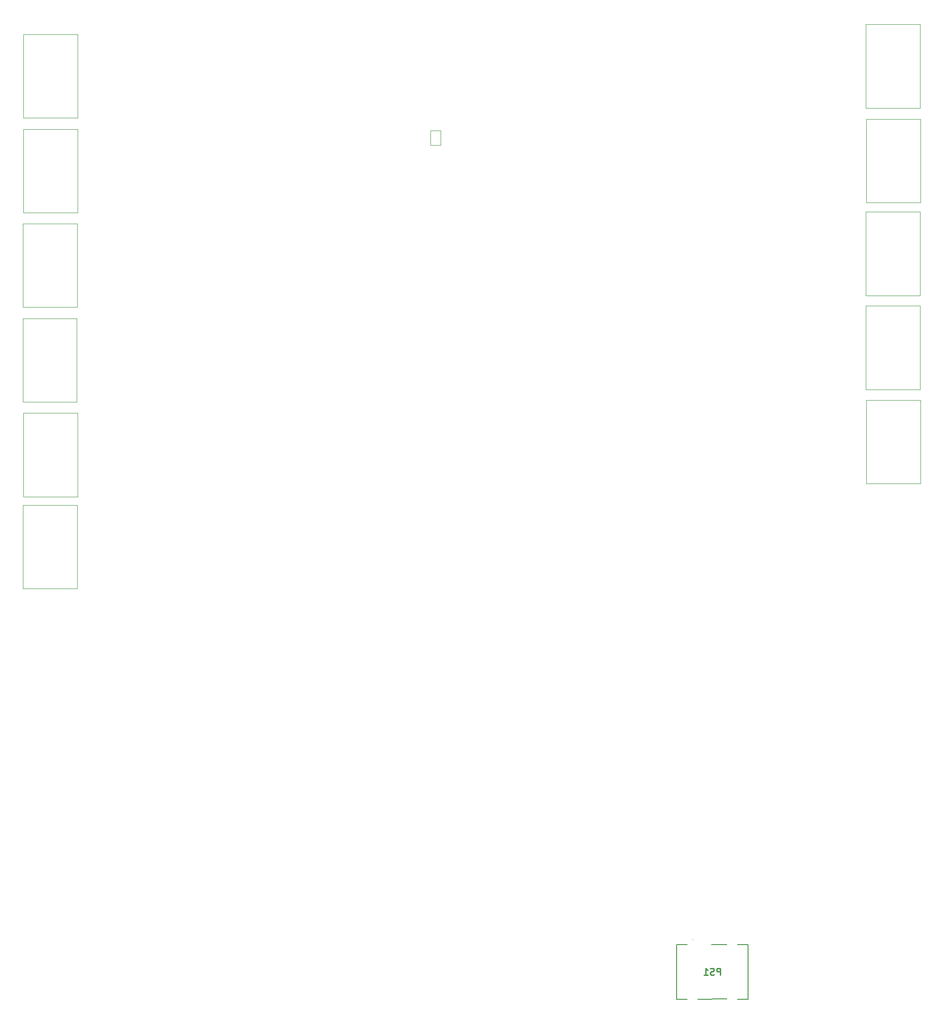
<source format=gbr>
%TF.GenerationSoftware,KiCad,Pcbnew,8.0.5*%
%TF.CreationDate,2025-08-05T16:04:56+09:00*%
%TF.ProjectId,motion_controller_main,6d6f7469-6f6e-45f6-936f-6e74726f6c6c,rev?*%
%TF.SameCoordinates,Original*%
%TF.FileFunction,Legend,Bot*%
%TF.FilePolarity,Positive*%
%FSLAX46Y46*%
G04 Gerber Fmt 4.6, Leading zero omitted, Abs format (unit mm)*
G04 Created by KiCad (PCBNEW 8.0.5) date 2025-08-05 16:04:56*
%MOMM*%
%LPD*%
G01*
G04 APERTURE LIST*
%ADD10C,0.254000*%
%ADD11C,0.200000*%
%ADD12C,0.100000*%
%ADD13C,0.120000*%
G04 APERTURE END LIST*
D10*
X212763143Y-216224248D02*
X212763143Y-214954248D01*
X212763143Y-214954248D02*
X212279333Y-214954248D01*
X212279333Y-214954248D02*
X212158381Y-215014724D01*
X212158381Y-215014724D02*
X212097904Y-215075200D01*
X212097904Y-215075200D02*
X212037428Y-215196152D01*
X212037428Y-215196152D02*
X212037428Y-215377581D01*
X212037428Y-215377581D02*
X212097904Y-215498533D01*
X212097904Y-215498533D02*
X212158381Y-215559010D01*
X212158381Y-215559010D02*
X212279333Y-215619486D01*
X212279333Y-215619486D02*
X212763143Y-215619486D01*
X211553619Y-216163772D02*
X211372190Y-216224248D01*
X211372190Y-216224248D02*
X211069809Y-216224248D01*
X211069809Y-216224248D02*
X210948857Y-216163772D01*
X210948857Y-216163772D02*
X210888381Y-216103295D01*
X210888381Y-216103295D02*
X210827904Y-215982343D01*
X210827904Y-215982343D02*
X210827904Y-215861391D01*
X210827904Y-215861391D02*
X210888381Y-215740438D01*
X210888381Y-215740438D02*
X210948857Y-215679962D01*
X210948857Y-215679962D02*
X211069809Y-215619486D01*
X211069809Y-215619486D02*
X211311714Y-215559010D01*
X211311714Y-215559010D02*
X211432666Y-215498533D01*
X211432666Y-215498533D02*
X211493143Y-215438057D01*
X211493143Y-215438057D02*
X211553619Y-215317105D01*
X211553619Y-215317105D02*
X211553619Y-215196152D01*
X211553619Y-215196152D02*
X211493143Y-215075200D01*
X211493143Y-215075200D02*
X211432666Y-215014724D01*
X211432666Y-215014724D02*
X211311714Y-214954248D01*
X211311714Y-214954248D02*
X211009333Y-214954248D01*
X211009333Y-214954248D02*
X210827904Y-215014724D01*
X209618380Y-216224248D02*
X210344095Y-216224248D01*
X209981238Y-216224248D02*
X209981238Y-214954248D01*
X209981238Y-214954248D02*
X210102190Y-215135676D01*
X210102190Y-215135676D02*
X210223142Y-215256629D01*
X210223142Y-215256629D02*
X210344095Y-215317105D01*
D11*
%TO.C,PS1*%
X204361000Y-220879930D02*
X206421000Y-220879930D01*
X204361000Y-210419930D02*
X204361000Y-220879930D01*
X206421000Y-210419930D02*
X204361000Y-210419930D01*
X218081000Y-210419930D02*
X216021000Y-210419930D01*
X218081000Y-220879930D02*
X218081000Y-210419930D01*
X216021000Y-220879930D02*
X218081000Y-220879930D01*
X214021000Y-220849930D02*
X208421000Y-220879930D01*
X214021000Y-210419930D02*
X211021000Y-210419930D01*
D12*
X207421000Y-209449930D02*
X207421000Y-209449930D01*
X207421000Y-209349930D02*
X207421000Y-209349930D01*
X207421000Y-209449930D02*
G75*
G02*
X207421000Y-209349930I0J50000D01*
G01*
X207421000Y-209349930D02*
G75*
G02*
X207421000Y-209449930I0J-50000D01*
G01*
%TO.C,J37*%
X240731000Y-87851930D02*
X251131000Y-87851930D01*
X251131000Y-103881930D01*
X240731000Y-103881930D01*
X240731000Y-87851930D01*
%TO.C,J62*%
X240731000Y-33826930D02*
X251131000Y-33826930D01*
X251131000Y-49856930D01*
X240731000Y-49856930D01*
X240731000Y-33826930D01*
%TO.C,J39*%
X240731000Y-69817930D02*
X251131000Y-69817930D01*
X251131000Y-85847930D01*
X240731000Y-85847930D01*
X240731000Y-69817930D01*
%TO.C,J56*%
X240795000Y-51987930D02*
X251195000Y-51987930D01*
X251195000Y-68017930D01*
X240795000Y-68017930D01*
X240795000Y-51987930D01*
%TO.C,J45*%
X89305000Y-88071930D02*
X78905000Y-88071930D01*
X78905000Y-72041930D01*
X89305000Y-72041930D01*
X89305000Y-88071930D01*
%TO.C,J31*%
X89355000Y-69956930D02*
X78955000Y-69956930D01*
X78955000Y-53926930D01*
X89355000Y-53926930D01*
X89355000Y-69956930D01*
%TO.C,J57*%
X89270000Y-142108930D02*
X78870000Y-142108930D01*
X78870000Y-126078930D01*
X89270000Y-126078930D01*
X89270000Y-142108930D01*
%TO.C,J43*%
X89255000Y-106271930D02*
X78855000Y-106271930D01*
X78855000Y-90241930D01*
X89255000Y-90241930D01*
X89255000Y-106271930D01*
%TO.C,J35*%
X240751000Y-105899930D02*
X251151000Y-105899930D01*
X251151000Y-121929930D01*
X240751000Y-121929930D01*
X240751000Y-105899930D01*
D13*
%TO.C,JP1*%
X157111000Y-54207930D02*
X159111000Y-54207930D01*
X157111000Y-57007930D02*
X157111000Y-54207930D01*
X159111000Y-54207930D02*
X159111000Y-57007930D01*
X159111000Y-57007930D02*
X157111000Y-57007930D01*
%TO.C,J33*%
D12*
X89355000Y-51771930D02*
X78955000Y-51771930D01*
X78955000Y-35741930D01*
X89355000Y-35741930D01*
X89355000Y-51771930D01*
%TO.C,J41*%
X89355000Y-124466930D02*
X78955000Y-124466930D01*
X78955000Y-108436930D01*
X89355000Y-108436930D01*
X89355000Y-124466930D01*
%TD*%
M02*

</source>
